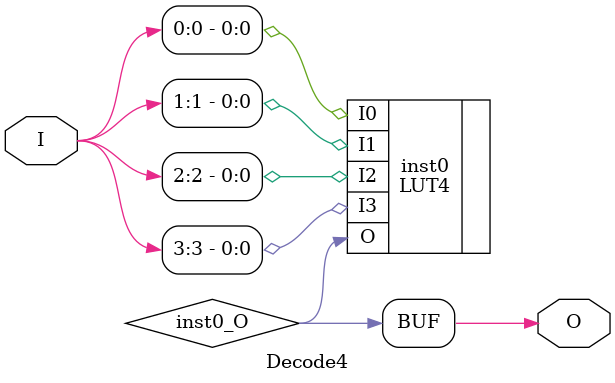
<source format=v>
module Decode4 (input [3:0] I, output  O);
wire  inst0_O;
LUT4 #(.INIT(16'h0001)) inst0 (.I0(I[0]), .I1(I[1]), .I2(I[2]), .I3(I[3]), .O(inst0_O));
assign O = inst0_O;
endmodule


</source>
